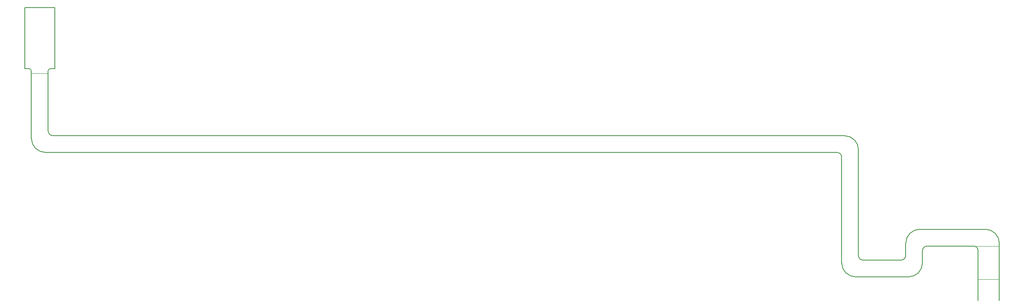
<source format=gko>
G04*
G04 #@! TF.GenerationSoftware,Altium Limited,Altium Designer,19.1.8 (144)*
G04*
G04 Layer_Color=16711935*
%FSLAX43Y43*%
%MOMM*%
G71*
G01*
G75*
%ADD13C,0.013*%
%ADD25C,0.150*%
D13*
X0Y4500D02*
X4500D01*
X-1000Y11528D02*
X4500D01*
X-200318Y48168D02*
X-196762D01*
D25*
X-28868Y30388D02*
G03*
X-29868Y31388I-1000J0D01*
G01*
X-28868Y7972D02*
G03*
X-25868Y4972I3000J0D01*
G01*
X-14752D02*
G03*
X-11752Y7972I0J3000D01*
G01*
X-10752Y11528D02*
G03*
X-11752Y10528I0J-1000D01*
G01*
X0D02*
G03*
X-1000Y11528I-1000J0D01*
G01*
X4500Y12088D02*
G03*
X1500Y15088I-3000J0D01*
G01*
X-12312D02*
G03*
X-15312Y12088I0J-3000D01*
G01*
X-16312Y8528D02*
G03*
X-15312Y9528I0J1000D01*
G01*
X-25312D02*
G03*
X-24312Y8528I1000J0D01*
G01*
X-25312Y31944D02*
G03*
X-28312Y34944I-3000J0D01*
G01*
X-196762Y35944D02*
G03*
X-195762Y34944I1000J0D01*
G01*
X-196262Y49168D02*
G03*
X-196762Y48668I0J-500D01*
G01*
X-200318D02*
G03*
X-200818Y49168I-500J0D01*
G01*
X-200318Y34388D02*
G03*
X-197318Y31388I3000J0D01*
G01*
X0Y0D02*
Y10528D01*
X-197318Y31388D02*
X-29868D01*
X-28868Y7972D02*
Y30388D01*
X-25868Y4972D02*
X-14752D01*
X-11752Y7972D02*
Y10528D01*
X-10752Y11528D02*
X-1000D01*
X4500Y0D02*
Y12088D01*
X4500D02*
X4500D01*
X-12312Y15088D02*
X1500D01*
X-15312Y9528D02*
Y12088D01*
X-24312Y8528D02*
X-16312D01*
X-25312Y9528D02*
X-25312D01*
Y31944D01*
X-25312D02*
X-25312D01*
X-28312Y34944D02*
Y34944D01*
X-195762D02*
X-28312D01*
X-196762Y35944D02*
X-196762D01*
Y48668D01*
X-196262Y49168D02*
Y49168D01*
X-195365D01*
Y62122D01*
X-201715D02*
X-195365D01*
X-201715Y49168D02*
Y62122D01*
Y49168D02*
X-200818D01*
Y49168D02*
Y49168D01*
X-200318Y48668D02*
X-200318D01*
Y34388D02*
Y48668D01*
M02*

</source>
